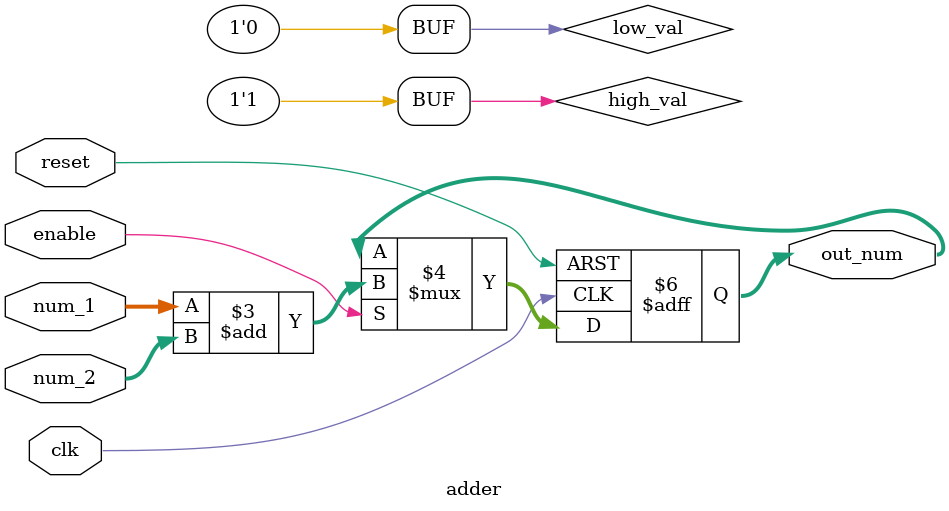
<source format=v>
`timescale 1ns / 1ps


module adder #(parameter data_bus = 16)( 
                                        input [data_bus -1 : 0] num_1, num_2,
                                        input clk, reset, enable,
                                        output reg [data_bus : 0] out_num
                                        );

// Adding 
parameter word_length = data_bus;
assign high_val = 1'b1;
assign low_val = 1'b0;

always@(posedge clk or negedge reset)
    begin
        if (!reset)
            out_num <= {word_length{low_val}};
            else if (enable)
            out_num <= num_1 + num_2;
    end
                                        
endmodule

</source>
